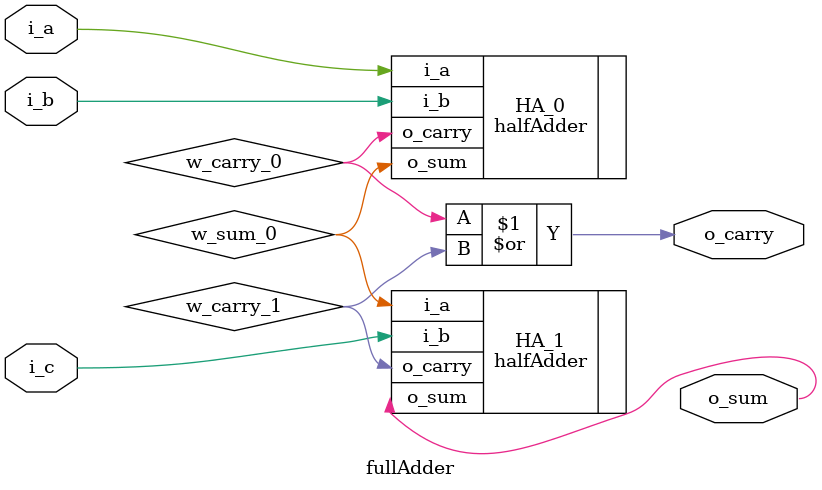
<source format=v>
`timescale 1ns / 1ps


module fullAdder(
    input i_a, i_b, i_c,
    output o_sum, o_carry
    );

    wire w_sum_0, w_carry_0, w_carry_1;

    halfAdder HA_0(
    .i_a(i_a),
    .i_b(i_b),
    .o_sum(w_sum_0),
    .o_carry(w_carry_0)
    );

    halfAdder HA_1(
    .i_a(w_sum_0),
    .i_b(i_c),
    .o_sum(o_sum),
    .o_carry(w_carry_1)
    );

    assign o_carry = w_carry_0 | w_carry_1;

endmodule

</source>
